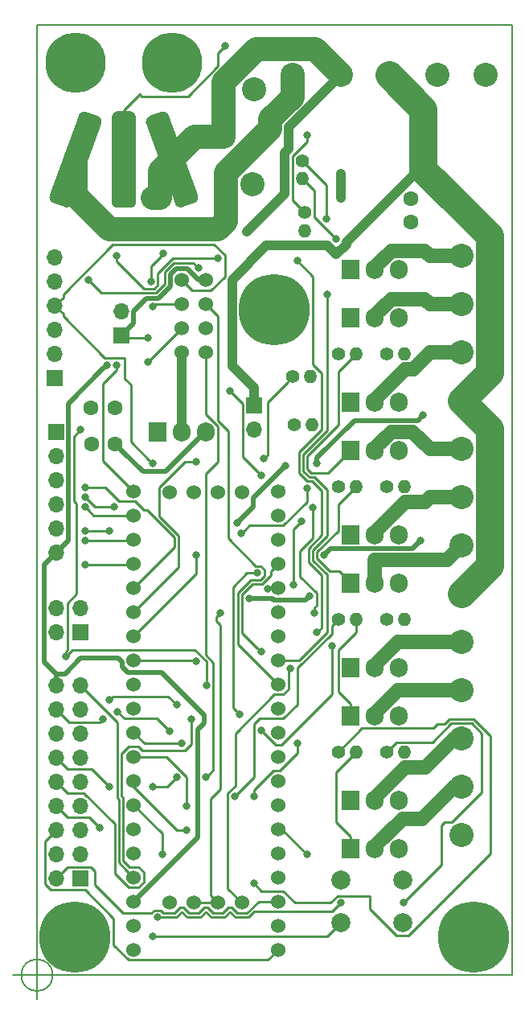
<source format=gbr>
%TF.GenerationSoftware,KiCad,Pcbnew,(5.0.2)-1*%
%TF.CreationDate,2020-01-28T14:28:05-08:00*%
%TF.ProjectId,DMX_CTRL,444d585f-4354-4524-9c2e-6b696361645f,rev?*%
%TF.SameCoordinates,PX4c4b400PY8f0d180*%
%TF.FileFunction,Copper,L2,Bot*%
%TF.FilePolarity,Positive*%
%FSLAX46Y46*%
G04 Gerber Fmt 4.6, Leading zero omitted, Abs format (unit mm)*
G04 Created by KiCad (PCBNEW (5.0.2)-1) date 1/28/2020 2:28:05 PM*
%MOMM*%
%LPD*%
G01*
G04 APERTURE LIST*
%ADD10C,0.150000*%
%ADD11C,6.350000*%
%ADD12C,0.100000*%
%ADD13C,2.540000*%
%ADD14C,1.524000*%
%ADD15C,1.400000*%
%ADD16O,1.400000X1.400000*%
%ADD17C,1.600000*%
%ADD18C,7.500000*%
%ADD19R,1.700000X1.700000*%
%ADD20O,1.700000X1.700000*%
%ADD21O,1.905000X2.000000*%
%ADD22R,1.905000X2.000000*%
%ADD23C,2.000000*%
%ADD24C,0.800000*%
%ADD25C,0.250000*%
%ADD26C,1.000000*%
%ADD27C,2.500000*%
%ADD28C,1.500000*%
%ADD29C,0.500000*%
%ADD30C,3.000000*%
G04 APERTURE END LIST*
D10*
X1666666Y0D02*
G75*
G03X1666666Y0I-1666666J0D01*
G01*
X-2500000Y0D02*
X2500000Y0D01*
X0Y2500000D02*
X0Y-2500000D01*
X0Y100000000D02*
X0Y0D01*
X50000000Y100000000D02*
X0Y100000000D01*
X50000000Y0D02*
X50000000Y100000000D01*
X0Y0D02*
X50000000Y0D01*
D11*
X14224000Y96012000D03*
X4064000Y96012000D03*
D12*
G36*
X5022192Y90880172D02*
X5084173Y90873726D01*
X5145225Y90861235D01*
X5204758Y90842821D01*
X6398167Y90408456D01*
X6455608Y90384295D01*
X6510405Y90354620D01*
X6562029Y90319717D01*
X6609984Y90279922D01*
X6653807Y90235619D01*
X6693076Y90187233D01*
X6727414Y90135231D01*
X6756489Y90080114D01*
X6780022Y90022412D01*
X6797786Y89962682D01*
X6809610Y89901498D01*
X6815380Y89839449D01*
X6815040Y89777134D01*
X6808594Y89715153D01*
X6796103Y89654101D01*
X6777689Y89594568D01*
X3737130Y81240701D01*
X3712969Y81183260D01*
X3683294Y81128463D01*
X3648391Y81076839D01*
X3608596Y81028884D01*
X3564292Y80985061D01*
X3515907Y80945792D01*
X3463905Y80911454D01*
X3408788Y80882379D01*
X3351086Y80858846D01*
X3291356Y80841082D01*
X3230172Y80829258D01*
X3168123Y80823488D01*
X3105808Y80823828D01*
X3043827Y80830274D01*
X2982775Y80842765D01*
X2923242Y80861179D01*
X1729833Y81295544D01*
X1672392Y81319705D01*
X1617595Y81349380D01*
X1565971Y81384283D01*
X1518016Y81424078D01*
X1474193Y81468381D01*
X1434924Y81516767D01*
X1400586Y81568769D01*
X1371511Y81623886D01*
X1347978Y81681588D01*
X1330214Y81741318D01*
X1318390Y81802502D01*
X1312620Y81864551D01*
X1312960Y81926866D01*
X1319406Y81988847D01*
X1331897Y82049899D01*
X1350311Y82109432D01*
X4390870Y90463299D01*
X4415031Y90520740D01*
X4444706Y90575537D01*
X4479609Y90627161D01*
X4519404Y90675116D01*
X4563708Y90718939D01*
X4612093Y90758208D01*
X4664095Y90792546D01*
X4719212Y90821621D01*
X4776914Y90845154D01*
X4836644Y90862918D01*
X4897828Y90874742D01*
X4959877Y90880512D01*
X5022192Y90880172D01*
X5022192Y90880172D01*
G37*
D13*
X4064000Y85852000D03*
D12*
G36*
X9841241Y90928942D02*
X9902882Y90919799D01*
X9963331Y90904657D01*
X10022004Y90883664D01*
X10078337Y90857020D01*
X10131787Y90824983D01*
X10181840Y90787862D01*
X10228013Y90746013D01*
X10269862Y90699840D01*
X10306983Y90649787D01*
X10339020Y90596337D01*
X10365664Y90540004D01*
X10386657Y90481331D01*
X10401799Y90420882D01*
X10410942Y90359241D01*
X10414000Y90297000D01*
X10414000Y81407000D01*
X10410942Y81344759D01*
X10401799Y81283118D01*
X10386657Y81222669D01*
X10365664Y81163996D01*
X10339020Y81107663D01*
X10306983Y81054213D01*
X10269862Y81004160D01*
X10228013Y80957987D01*
X10181840Y80916138D01*
X10131787Y80879017D01*
X10078337Y80846980D01*
X10022004Y80820336D01*
X9963331Y80799343D01*
X9902882Y80784201D01*
X9841241Y80775058D01*
X9779000Y80772000D01*
X8509000Y80772000D01*
X8446759Y80775058D01*
X8385118Y80784201D01*
X8324669Y80799343D01*
X8265996Y80820336D01*
X8209663Y80846980D01*
X8156213Y80879017D01*
X8106160Y80916138D01*
X8059987Y80957987D01*
X8018138Y81004160D01*
X7981017Y81054213D01*
X7948980Y81107663D01*
X7922336Y81163996D01*
X7901343Y81222669D01*
X7886201Y81283118D01*
X7877058Y81344759D01*
X7874000Y81407000D01*
X7874000Y90297000D01*
X7877058Y90359241D01*
X7886201Y90420882D01*
X7901343Y90481331D01*
X7922336Y90540004D01*
X7948980Y90596337D01*
X7981017Y90649787D01*
X8018138Y90699840D01*
X8059987Y90746013D01*
X8106160Y90787862D01*
X8156213Y90824983D01*
X8209663Y90857020D01*
X8265996Y90883664D01*
X8324669Y90904657D01*
X8385118Y90919799D01*
X8446759Y90928942D01*
X8509000Y90932000D01*
X9779000Y90932000D01*
X9841241Y90928942D01*
X9841241Y90928942D01*
G37*
D13*
X9144000Y85852000D03*
D12*
G36*
X13390172Y90874742D02*
X13451356Y90862918D01*
X13511086Y90845154D01*
X13568788Y90821621D01*
X13623905Y90792546D01*
X13675907Y90758208D01*
X13724293Y90718939D01*
X13768596Y90675116D01*
X13808391Y90627161D01*
X13843294Y90575537D01*
X13872969Y90520740D01*
X13897130Y90463299D01*
X16937689Y82109432D01*
X16956103Y82049899D01*
X16968594Y81988847D01*
X16975040Y81926866D01*
X16975380Y81864551D01*
X16969610Y81802502D01*
X16957786Y81741318D01*
X16940022Y81681588D01*
X16916489Y81623886D01*
X16887414Y81568769D01*
X16853076Y81516767D01*
X16813807Y81468382D01*
X16769984Y81424078D01*
X16722029Y81384283D01*
X16670405Y81349380D01*
X16615608Y81319705D01*
X16558167Y81295544D01*
X15364758Y80861179D01*
X15305225Y80842765D01*
X15244173Y80830274D01*
X15182192Y80823828D01*
X15119877Y80823488D01*
X15057828Y80829258D01*
X14996644Y80841082D01*
X14936914Y80858846D01*
X14879212Y80882379D01*
X14824095Y80911454D01*
X14772093Y80945792D01*
X14723707Y80985061D01*
X14679404Y81028884D01*
X14639609Y81076839D01*
X14604706Y81128463D01*
X14575031Y81183260D01*
X14550870Y81240701D01*
X11510311Y89594568D01*
X11491897Y89654101D01*
X11479406Y89715153D01*
X11472960Y89777134D01*
X11472620Y89839449D01*
X11478390Y89901498D01*
X11490214Y89962682D01*
X11507978Y90022412D01*
X11531511Y90080114D01*
X11560586Y90135231D01*
X11594924Y90187233D01*
X11634193Y90235618D01*
X11678016Y90279922D01*
X11725971Y90319717D01*
X11777595Y90354620D01*
X11832392Y90384295D01*
X11889833Y90408456D01*
X13083242Y90842821D01*
X13142775Y90861235D01*
X13203827Y90873726D01*
X13265808Y90880172D01*
X13328123Y90880512D01*
X13390172Y90874742D01*
X13390172Y90874742D01*
G37*
D13*
X14224000Y85852000D03*
D14*
X17790000Y73165000D03*
X17790000Y70625000D03*
X17790000Y68085000D03*
X17790000Y65545000D03*
X15250000Y65545000D03*
X15250000Y68085000D03*
X15250000Y70625000D03*
X15250000Y73165000D03*
D15*
X28194000Y80264000D03*
D16*
X28194000Y78364000D03*
D14*
X10170000Y2680000D03*
X10170000Y15380000D03*
X10170000Y33160000D03*
X10170000Y43320000D03*
X10170000Y5220000D03*
X10170000Y28080000D03*
X10170000Y10300000D03*
X10170000Y12840000D03*
X10170000Y7760000D03*
X10170000Y30620000D03*
X10170000Y25540000D03*
X10170000Y38240000D03*
X10170000Y17920000D03*
X10170000Y45860000D03*
X10170000Y40780000D03*
X10170000Y35700000D03*
X10170000Y48400000D03*
X10170000Y23000000D03*
X10170000Y50940000D03*
X10170000Y20460000D03*
X25410000Y2680000D03*
X25410000Y5220000D03*
X25410000Y7760000D03*
X25410000Y10300000D03*
X25410000Y12840000D03*
X25410000Y20460000D03*
X25410000Y15380000D03*
X25410000Y17920000D03*
X25410000Y23000000D03*
X25410000Y25540000D03*
X25410000Y28080000D03*
X25410000Y33160000D03*
X25410000Y30620000D03*
X25410000Y35700000D03*
X25410000Y38240000D03*
X25410000Y45860000D03*
X25410000Y40780000D03*
X25410000Y43320000D03*
X25410000Y48400000D03*
X25410000Y50940000D03*
D13*
X22860000Y93218000D03*
X22660000Y83218000D03*
X19660000Y88218000D03*
D17*
X39370000Y79248000D03*
X39370000Y81748000D03*
X5715000Y59690000D03*
X8215000Y59690000D03*
X8255000Y55880000D03*
X5755000Y55880000D03*
D18*
X4000000Y4000000D03*
X25000000Y70000000D03*
X46000000Y4000000D03*
D19*
X4572000Y36068000D03*
D20*
X2032000Y36068000D03*
X4572000Y38608000D03*
X2032000Y38608000D03*
D19*
X4572000Y10160000D03*
D20*
X2032000Y10160000D03*
X4572000Y12700000D03*
X2032000Y12700000D03*
X4572000Y15240000D03*
X2032000Y15240000D03*
X4572000Y17780000D03*
X2032000Y17780000D03*
X4572000Y20320000D03*
X2032000Y20320000D03*
X4572000Y22860000D03*
X2032000Y22860000D03*
X4572000Y25400000D03*
X2032000Y25400000D03*
X4572000Y27940000D03*
X2032000Y27940000D03*
X4572000Y30480000D03*
X2032000Y30480000D03*
X22860000Y57404000D03*
D19*
X22860000Y59944000D03*
X2000000Y57150000D03*
D20*
X2000000Y54610000D03*
X2000000Y52070000D03*
X2000000Y49530000D03*
X2000000Y46990000D03*
X2000000Y44450000D03*
D19*
X8890000Y67310000D03*
D20*
X8890000Y69850000D03*
X1905000Y75565000D03*
X1905000Y73025000D03*
X1905000Y70485000D03*
X1905000Y67945000D03*
X1905000Y65405000D03*
D19*
X1905000Y62865000D03*
D21*
X38100000Y55245000D03*
X35560000Y55245000D03*
D22*
X33020000Y55245000D03*
X33020000Y46355000D03*
D21*
X35560000Y46355000D03*
X38100000Y46355000D03*
D22*
X33020000Y41275000D03*
D21*
X35560000Y41275000D03*
X38100000Y41275000D03*
X38100000Y32385000D03*
X35560000Y32385000D03*
D22*
X33020000Y32385000D03*
D21*
X38100000Y27305000D03*
X35560000Y27305000D03*
D22*
X33020000Y27305000D03*
X33020000Y18415000D03*
D21*
X35560000Y18415000D03*
X38100000Y18415000D03*
X38100000Y13335000D03*
X35560000Y13335000D03*
D22*
X33020000Y13335000D03*
D21*
X38100000Y74295000D03*
X35560000Y74295000D03*
D22*
X33020000Y74295000D03*
X33020000Y69215000D03*
D21*
X35560000Y69215000D03*
X38100000Y69215000D03*
D22*
X33020000Y60325000D03*
D21*
X35560000Y60325000D03*
X38100000Y60325000D03*
D15*
X31750000Y65405000D03*
D16*
X33650000Y65405000D03*
X38730000Y51435000D03*
D15*
X36830000Y51435000D03*
X31750000Y51435000D03*
D16*
X33650000Y51435000D03*
X38730000Y37465000D03*
D15*
X36830000Y37465000D03*
X31750000Y37465000D03*
D16*
X33650000Y37465000D03*
X38730000Y23495000D03*
D15*
X36830000Y23495000D03*
D16*
X33650000Y23495000D03*
D15*
X31750000Y23495000D03*
X26924000Y62992000D03*
D16*
X28824000Y62992000D03*
D15*
X27056000Y57912000D03*
D16*
X28956000Y57912000D03*
X38730000Y65405000D03*
D15*
X36830000Y65405000D03*
D16*
X27940000Y83820000D03*
D15*
X27940000Y85720000D03*
D23*
X32000000Y5500000D03*
X32000000Y10000000D03*
X38500000Y5500000D03*
X38500000Y10000000D03*
D22*
X12700000Y57150000D03*
D21*
X15240000Y57150000D03*
X17780000Y57150000D03*
D14*
X21590000Y7620000D03*
X19050000Y7620000D03*
X16510000Y7620000D03*
X13970000Y7620000D03*
X13970000Y50800000D03*
X16510000Y50800000D03*
X19050000Y50800000D03*
X21590000Y50800000D03*
D13*
X44704000Y14732000D03*
X44704000Y19812000D03*
X44704000Y24892000D03*
X44704000Y29972000D03*
X44704000Y35052000D03*
X44704000Y40132000D03*
X44704000Y45212000D03*
X44704000Y50292000D03*
X44704000Y55372000D03*
X44704000Y60452000D03*
X44704000Y65532000D03*
X44704000Y70612000D03*
X44704000Y75692000D03*
X44704000Y80772000D03*
X26924000Y94742000D03*
X32004000Y94742000D03*
X37084000Y94742000D03*
X42164000Y94742000D03*
X47244000Y94742000D03*
D24*
X8352456Y64226766D03*
X22098000Y78232000D03*
X32004000Y94742000D03*
X12192000Y81788000D03*
X32004000Y81788000D03*
X32004000Y84328000D03*
X19939999Y84472397D03*
X5080000Y43180000D03*
X5080000Y45720000D03*
X7620000Y28956000D03*
X14732000Y28448000D03*
X6604000Y15530990D03*
X23585010Y34036000D03*
X16256000Y26924000D03*
X21336000Y27432000D03*
X23202010Y42327043D03*
X24304148Y40694446D03*
X7620000Y19812000D03*
X12192000Y19812000D03*
X14732000Y20828000D03*
X22860000Y18796000D03*
X27432000Y24384000D03*
X11684000Y64516000D03*
X4572000Y57404000D03*
X3048000Y33528000D03*
X17853172Y30543852D03*
X8472313Y27750688D03*
X6986362Y26976720D03*
X13965340Y25658660D03*
X11985813Y72990732D03*
X12192000Y70390699D03*
X13336394Y75972157D03*
X7352446Y64225010D03*
X20320000Y61468000D03*
X11684000Y67056000D03*
X23622000Y52578000D03*
X5084660Y51312660D03*
X5080000Y50292000D03*
X8128000Y49276000D03*
X5075340Y49271340D03*
X7620000Y46736000D03*
X5080000Y46736000D03*
X12192000Y4064000D03*
X12192000Y53848000D03*
X29027659Y49204341D03*
X29244943Y38144263D03*
X28448000Y12700000D03*
X15244660Y24379340D03*
X23585010Y25781605D03*
X31089032Y34634153D03*
X20828000Y18796000D03*
X15748000Y17780000D03*
X38608000Y7620000D03*
X32004000Y7620000D03*
X12700000Y6096000D03*
X15748000Y15240000D03*
X13208000Y12700000D03*
X22860000Y9652000D03*
X23876000Y54356000D03*
X16748175Y54017990D03*
X16764000Y44196000D03*
X28443672Y51245396D03*
X21501990Y46484536D03*
X16764000Y33020000D03*
X27852639Y47752000D03*
X27031474Y41090202D03*
X27432000Y75184000D03*
X29464000Y36068000D03*
X31496000Y77470000D03*
X30550011Y71628000D03*
X17780000Y20828000D03*
X5385834Y73205441D03*
X17022660Y74417340D03*
X26665340Y32262659D03*
X19304000Y38100000D03*
X40640000Y58928000D03*
X29464000Y53848000D03*
X26162000Y53594000D03*
X21071947Y47575957D03*
X40386000Y45720000D03*
X30226000Y44196000D03*
X28702000Y39878000D03*
X22352000Y39624000D03*
X19050000Y75438000D03*
X30524890Y79576816D03*
X8382000Y75677981D03*
X28448000Y88392000D03*
X19812000Y97790000D03*
D25*
X6952001Y54157999D02*
X6952001Y62260626D01*
X8352456Y63661081D02*
X8352456Y64226766D01*
X6952001Y62260626D02*
X8352456Y63661081D01*
X10170000Y50940000D02*
X6952001Y54157999D01*
D26*
X15240000Y65535000D02*
X15250000Y65545000D01*
X15240000Y57150000D02*
X15240000Y65535000D01*
X26539999Y89277999D02*
X30734001Y93472001D01*
X30734001Y93472001D02*
X32004000Y94742000D01*
X26539999Y87003742D02*
X26539999Y89277999D01*
X26089988Y86553731D02*
X26539999Y87003742D01*
X26089988Y82223988D02*
X26089988Y86553731D01*
X22098000Y78232000D02*
X26089988Y82223988D01*
D27*
X19660000Y94040598D02*
X19660000Y90014051D01*
X19660000Y90014051D02*
X19660000Y88218000D01*
X23081403Y97462001D02*
X19660000Y94040598D01*
X32004000Y94742000D02*
X29283999Y97462001D01*
X29283999Y97462001D02*
X23081403Y97462001D01*
X12192000Y81788000D02*
X12954000Y81788000D01*
X12954000Y84582000D02*
X14224000Y85852000D01*
X12954000Y81788000D02*
X12954000Y84582000D01*
X16590000Y88218000D02*
X14224000Y85852000D01*
X19660000Y88218000D02*
X16590000Y88218000D01*
D28*
X12700000Y56951945D02*
X12700000Y57150000D01*
D25*
X25410000Y45502001D02*
X25410000Y45860000D01*
D29*
X17780000Y57197500D02*
X17780000Y57150000D01*
D26*
X32004000Y81788000D02*
X32004000Y84328000D01*
D27*
X26924000Y92419732D02*
X26924000Y92945949D01*
X26924000Y92945949D02*
X26924000Y94742000D01*
X24589989Y90085721D02*
X26924000Y92419732D01*
X24589988Y89122386D02*
X24589989Y90085721D01*
D29*
X13540161Y52997998D02*
X11137002Y52997998D01*
X9054999Y55080001D02*
X8255000Y55880000D01*
X17780000Y57150000D02*
X17692163Y57150000D01*
X11137002Y52997998D02*
X9054999Y55080001D01*
X17692163Y57150000D02*
X13540161Y52997998D01*
D27*
X24589989Y89122387D02*
X24589989Y90085721D01*
X19939999Y84472397D02*
X24589989Y89122387D01*
X19939999Y83906712D02*
X19939999Y84472397D01*
X19939999Y79375999D02*
X19939999Y83906712D01*
X4064000Y82038769D02*
X7014779Y79087990D01*
X7014779Y79087990D02*
X7018010Y79087990D01*
X4064000Y85852000D02*
X4064000Y82038769D01*
X7018010Y79087990D02*
X7620000Y78486000D01*
X7620000Y78486000D02*
X19050000Y78486000D01*
X19050000Y78486000D02*
X19939999Y79375999D01*
D28*
X43944000Y19812000D02*
X44704000Y19812000D01*
X40596990Y16464990D02*
X43944000Y19812000D01*
X35560000Y13533055D02*
X38491935Y16464990D01*
X38491935Y16464990D02*
X40596990Y16464990D01*
X35560000Y13335000D02*
X35560000Y13533055D01*
X43944000Y24892000D02*
X44704000Y24892000D01*
X40896999Y21844999D02*
X43944000Y24892000D01*
X38791944Y21844999D02*
X40896999Y21844999D01*
X35560000Y18613055D02*
X38791944Y21844999D01*
X35560000Y18415000D02*
X35560000Y18613055D01*
X41404000Y29972000D02*
X44704000Y29972000D01*
X38028945Y29972000D02*
X41404000Y29972000D01*
X35560000Y27503055D02*
X38028945Y29972000D01*
X35560000Y27305000D02*
X35560000Y27503055D01*
X41404000Y35052000D02*
X44704000Y35052000D01*
X38028945Y35052000D02*
X41404000Y35052000D01*
X35560000Y32583055D02*
X38028945Y35052000D01*
X35560000Y32385000D02*
X35560000Y32583055D01*
D30*
X40664000Y84812000D02*
X44704000Y80772000D01*
X40664000Y91162000D02*
X37084000Y94742000D01*
X40664000Y84812000D02*
X40664000Y91162000D01*
D26*
X32596002Y77194004D02*
X40213998Y84812000D01*
X30586001Y76792001D02*
X31516003Y75861999D01*
X31516003Y75861999D02*
X32596002Y76941998D01*
X24161496Y76792001D02*
X30586001Y76792001D01*
X40213998Y84812000D02*
X40664000Y84812000D01*
X32596002Y76941998D02*
X32596002Y77194004D01*
X20549999Y73180504D02*
X24161496Y76792001D01*
X22860000Y61794000D02*
X20549999Y64104001D01*
X20549999Y64104001D02*
X20549999Y73180504D01*
X22860000Y59944000D02*
X22860000Y61794000D01*
D30*
X45973999Y61721999D02*
X44704000Y60452000D01*
X47674001Y63422001D02*
X45973999Y61721999D01*
X47674001Y77801999D02*
X47674001Y63422001D01*
X44704000Y80772000D02*
X47674001Y77801999D01*
X45973999Y41401999D02*
X44704000Y40132000D01*
X47674001Y43102001D02*
X45973999Y41401999D01*
X47674001Y57481999D02*
X47674001Y43102001D01*
X44704000Y60452000D02*
X47674001Y57481999D01*
D28*
X43196979Y43704979D02*
X44704000Y45212000D01*
X35560000Y43704979D02*
X43196979Y43704979D01*
X35560000Y41275000D02*
X35560000Y43704979D01*
X41404000Y50292000D02*
X44704000Y50292000D01*
X40896999Y49784999D02*
X41404000Y50292000D01*
X38791944Y49784999D02*
X40896999Y49784999D01*
X35560000Y46553055D02*
X38791944Y49784999D01*
X35560000Y46355000D02*
X35560000Y46553055D01*
X39580990Y57195010D02*
X41404000Y55372000D01*
X37311955Y57195010D02*
X39580990Y57195010D01*
X35560000Y55443055D02*
X37311955Y57195010D01*
X41404000Y55372000D02*
X44704000Y55372000D01*
X35560000Y55245000D02*
X35560000Y55443055D01*
X41404000Y65532000D02*
X44704000Y65532000D01*
X39626999Y63754999D02*
X41404000Y65532000D01*
X38791944Y63754999D02*
X39626999Y63754999D01*
X35560000Y60523055D02*
X38791944Y63754999D01*
X35560000Y60325000D02*
X35560000Y60523055D01*
X41404000Y70612000D02*
X44704000Y70612000D01*
X40850990Y71165010D02*
X41404000Y70612000D01*
X37311955Y71165010D02*
X40850990Y71165010D01*
X35560000Y69413055D02*
X37311955Y71165010D01*
X35560000Y69215000D02*
X35560000Y69413055D01*
X41404000Y75692000D02*
X44704000Y75692000D01*
X40850990Y76245010D02*
X41404000Y75692000D01*
X37311955Y76245010D02*
X40850990Y76245010D01*
X35560000Y74493055D02*
X37311955Y76245010D01*
X35560000Y74295000D02*
X35560000Y74493055D01*
D25*
X10030000Y43180000D02*
X10170000Y43320000D01*
X5080000Y43180000D02*
X10030000Y43180000D01*
X10030000Y45720000D02*
X10170000Y45860000D01*
X5080000Y45720000D02*
X10030000Y45720000D01*
X15422999Y7098239D02*
X15057001Y7098239D01*
X6096000Y9523589D02*
X6096000Y10921002D01*
X18528239Y6532999D02*
X17962999Y7098239D01*
X21068239Y6532999D02*
X20502999Y7098239D01*
X12351998Y6821002D02*
X12063996Y6533000D01*
X25410000Y7760000D02*
X23338762Y7760000D01*
X3207001Y11335001D02*
X2881999Y11009999D01*
X17597001Y7098239D02*
X17031761Y6532999D01*
X20137001Y7098239D02*
X19571761Y6532999D01*
X13048002Y6821002D02*
X12351998Y6821002D01*
X15057001Y7098239D02*
X14491762Y6533000D01*
X15988239Y6532999D02*
X15422999Y7098239D01*
X12063996Y6533000D02*
X9086589Y6533000D01*
X14491762Y6533000D02*
X13336004Y6533000D01*
X5682001Y11335001D02*
X3207001Y11335001D01*
X6096000Y10921002D02*
X5682001Y11335001D01*
X22111761Y6532999D02*
X21068239Y6532999D01*
X17031761Y6532999D02*
X15988239Y6532999D01*
X13336004Y6533000D02*
X13048002Y6821002D01*
X20502999Y7098239D02*
X20137001Y7098239D01*
X19571761Y6532999D02*
X18528239Y6532999D01*
X2881999Y11009999D02*
X2032000Y10160000D01*
X17962999Y7098239D02*
X17597001Y7098239D01*
X23338762Y7760000D02*
X22111761Y6532999D01*
X9086589Y6533000D02*
X6096000Y9523589D01*
X1182001Y14390001D02*
X2032000Y15240000D01*
X856999Y14064999D02*
X1182001Y14390001D01*
X856999Y9595999D02*
X856999Y14064999D01*
X1467999Y8984999D02*
X856999Y9595999D01*
X5046003Y8984999D02*
X1467999Y8984999D01*
X8075001Y5956001D02*
X5046003Y8984999D01*
X8075001Y3166237D02*
X8075001Y5956001D01*
X9648239Y1592999D02*
X8075001Y3166237D01*
X24322999Y1592999D02*
X9648239Y1592999D01*
X25410000Y2680000D02*
X24322999Y1592999D01*
X13824001Y29355999D02*
X14732000Y28448000D01*
X8019999Y29355999D02*
X13824001Y29355999D01*
X7620000Y28956000D02*
X8019999Y29355999D01*
X5529991Y16604999D02*
X6204001Y15930989D01*
X6204001Y15930989D02*
X6604000Y15530990D01*
X2032000Y17780000D02*
X3207001Y16604999D01*
X3207001Y16604999D02*
X5529991Y16604999D01*
X25410000Y43320000D02*
X24648001Y42558001D01*
X21626998Y35994012D02*
X23185011Y34435999D01*
X23185011Y34435999D02*
X23585010Y34036000D01*
X21626998Y40058616D02*
X21626998Y35994012D01*
X23736412Y41152030D02*
X22720412Y41152030D01*
X24648001Y42063619D02*
X23736412Y41152030D01*
X24648001Y42558001D02*
X24648001Y42063619D01*
X22720412Y41152030D02*
X21626998Y40058616D01*
X9082999Y18674126D02*
X8888049Y18869076D01*
X8888049Y18869076D02*
X8888049Y23326811D01*
X9648239Y24087001D02*
X10691761Y24087001D01*
X8888049Y23326811D02*
X9648239Y24087001D01*
X4946003Y19144999D02*
X8182977Y15908025D01*
X8182977Y15908025D02*
X8182977Y10678261D01*
X2032000Y20320000D02*
X3207001Y19144999D01*
X9719409Y11387001D02*
X9082999Y12023411D01*
X8182977Y10678261D02*
X9648239Y9212999D01*
X3207001Y19144999D02*
X4946003Y19144999D01*
X9082999Y12023411D02*
X9082999Y18674126D01*
X11257001Y9778239D02*
X11257001Y10821761D01*
X10691761Y9212999D02*
X11257001Y9778239D01*
X10691761Y11387001D02*
X9719409Y11387001D01*
X11257001Y10821761D02*
X10691761Y11387001D01*
X9648239Y9212999D02*
X10691761Y9212999D01*
X10691761Y24087001D02*
X11124423Y23654339D01*
X11124423Y23654339D02*
X15592661Y23654339D01*
X15592661Y23654339D02*
X16256000Y24317678D01*
X16256000Y24317678D02*
X16256000Y26358315D01*
X16256000Y26358315D02*
X16256000Y26924000D01*
X21336000Y27432000D02*
X20662010Y28105990D01*
X22128325Y42327043D02*
X22636325Y42327043D01*
X20662010Y40860728D02*
X22128325Y42327043D01*
X22636325Y42327043D02*
X23202010Y42327043D01*
X20662010Y28105990D02*
X20662010Y40860728D01*
X24332370Y40780000D02*
X24304148Y40751778D01*
X24304148Y40751778D02*
X24304148Y40694446D01*
X25410000Y40780000D02*
X24332370Y40780000D01*
X5747001Y21684999D02*
X7620000Y19812000D01*
X2032000Y22860000D02*
X3207001Y21684999D01*
X3207001Y21684999D02*
X5747001Y21684999D01*
X12192000Y19812000D02*
X13716000Y19812000D01*
X13716000Y19812000D02*
X14732000Y20828000D01*
X27432000Y23368000D02*
X27432000Y24384000D01*
X25611001Y21547001D02*
X27432000Y23368000D01*
X22860000Y18796000D02*
X22860000Y19518762D01*
X24888239Y21547001D02*
X25611001Y21547001D01*
X22860000Y19518762D02*
X24888239Y21547001D01*
X21176987Y34853013D02*
X24648001Y31381999D01*
X17790000Y70625000D02*
X19057510Y69357490D01*
X23042012Y43052045D02*
X23550012Y43052045D01*
X21176987Y40245016D02*
X21176987Y34853013D01*
X20137001Y57283580D02*
X20137001Y45957056D01*
X19057510Y58363071D02*
X20137001Y57283580D01*
X24648001Y31381999D02*
X25410000Y30620000D01*
X20137001Y45957056D02*
X23042012Y43052045D01*
X22534012Y41602041D02*
X21176987Y40245016D01*
X23550012Y43052045D02*
X23927012Y42675045D01*
X19057510Y69357490D02*
X19057510Y58363071D01*
X23927012Y42675045D02*
X23927012Y41979041D01*
X23550012Y41602041D02*
X22534012Y41602041D01*
X23927012Y41979041D02*
X23550012Y41602041D01*
X15250000Y68570000D02*
X15250000Y68085000D01*
X15250000Y68085000D02*
X11684000Y64519000D01*
X11684000Y64519000D02*
X11684000Y64516000D01*
X3875012Y56707012D02*
X3875012Y49915986D01*
X4572000Y57404000D02*
X3875012Y56707012D01*
X3207001Y39172001D02*
X3207001Y34252686D01*
X3207001Y34252686D02*
X3048000Y34093685D01*
X4172001Y49618997D02*
X4172001Y40137001D01*
X3875012Y49915986D02*
X4172001Y49618997D01*
X3048000Y34093685D02*
X3048000Y33528000D01*
X4172001Y40137001D02*
X3207001Y39172001D01*
X3048000Y33528000D02*
X3767001Y34247001D01*
X17853172Y31109537D02*
X17853172Y30543852D01*
X3767001Y34247001D02*
X16610003Y34247001D01*
X16610003Y34247001D02*
X17853172Y33003832D01*
X17853172Y33003832D02*
X17853172Y31109537D01*
X2032000Y27940000D02*
X3395279Y26576721D01*
X6586363Y26576721D02*
X6986362Y26976720D01*
X3395279Y26576721D02*
X6586363Y26576721D01*
X9230002Y26992999D02*
X12631001Y26992999D01*
X13565341Y26058659D02*
X13965340Y25658660D01*
X12631001Y26992999D02*
X13565341Y26058659D01*
X8472313Y27750688D02*
X9230002Y26992999D01*
X12426301Y70625000D02*
X12192000Y70390699D01*
X15250000Y70625000D02*
X12426301Y70625000D01*
X11985813Y74621576D02*
X12936395Y75572158D01*
X12936395Y75572158D02*
X13336394Y75972157D01*
X11985813Y72990732D02*
X11985813Y74621576D01*
X9408001Y11061999D02*
X10170000Y10300000D01*
X8632988Y11837012D02*
X9408001Y11061999D01*
X8632988Y18487726D02*
X8632988Y11837012D01*
X4572000Y30480000D02*
X8438038Y26613962D01*
X8438038Y18682676D02*
X8632988Y18487726D01*
X8438038Y26613962D02*
X8438038Y18682676D01*
X25908000Y51438000D02*
X25410000Y50940000D01*
D29*
X1150001Y43600001D02*
X2000000Y44450000D01*
X731999Y43181999D02*
X1150001Y43600001D01*
X731999Y32982082D02*
X731999Y43181999D01*
X2032000Y31682081D02*
X731999Y32982082D01*
D25*
X21684999Y60103001D02*
X20320000Y61468000D01*
X21684999Y54665001D02*
X21684999Y60103001D01*
X9144000Y67056000D02*
X8890000Y67310000D01*
X11684000Y67056000D02*
X9144000Y67056000D01*
D29*
X3300001Y60172565D02*
X6952447Y63825011D01*
X6952447Y63825011D02*
X7352446Y64225010D01*
X3300001Y45750001D02*
X3300001Y60172565D01*
X2000000Y44450000D02*
X3300001Y45750001D01*
X2032000Y31682081D02*
X2032000Y30480000D01*
X8978002Y32920002D02*
X8536002Y33362002D01*
X9558003Y31832001D02*
X8978002Y32412002D01*
X8536002Y33362002D02*
X4608814Y33362002D01*
X16929998Y14519998D02*
X16929998Y25831994D01*
X10170000Y7760000D02*
X16929998Y14519998D01*
X16929998Y25831994D02*
X17614002Y26515998D01*
X13114003Y31832001D02*
X9558003Y31832001D01*
X17614002Y27332002D02*
X13114003Y31832001D01*
X17614002Y26515998D02*
X17614002Y27332002D01*
X4608814Y33362002D02*
X2928893Y31682081D01*
X2928893Y31682081D02*
X2032000Y31682081D01*
X8978002Y32412002D02*
X8978002Y32920002D01*
X10190001Y69898763D02*
X11531946Y71240709D01*
X11531946Y71240709D02*
X12758392Y71240710D01*
X12758392Y71240710D02*
X14037999Y72520317D01*
X14037999Y72520317D02*
X14037999Y73746761D01*
X14037999Y73746761D02*
X14668239Y74377001D01*
X14668239Y74377001D02*
X15804997Y74377001D01*
X15804997Y74377001D02*
X17016998Y73165000D01*
X17016998Y73165000D02*
X17790000Y73165000D01*
X10190001Y68610001D02*
X10190001Y69898763D01*
X8890000Y67310000D02*
X10190001Y68610001D01*
D25*
X21684999Y54665001D02*
X21684999Y54515001D01*
X21684999Y54515001D02*
X23622000Y52578000D01*
X7164344Y51312660D02*
X5650345Y51312660D01*
X10325763Y49852999D02*
X8624005Y49852999D01*
X5650345Y51312660D02*
X5084660Y51312660D01*
X11257001Y48921761D02*
X10325763Y49852999D01*
X11587243Y48921761D02*
X11257001Y48921761D01*
X14441002Y46068002D02*
X11587243Y48921761D01*
X14441002Y45051002D02*
X14441002Y46068002D01*
X10170000Y40780000D02*
X14441002Y45051002D01*
X8624005Y49852999D02*
X7164344Y51312660D01*
X5080000Y50292000D02*
X6096000Y49276000D01*
X6096000Y49276000D02*
X8128000Y49276000D01*
X9815089Y48754911D02*
X10170000Y48400000D01*
X5475339Y48871341D02*
X5075340Y49271340D01*
X10170000Y48400000D02*
X5946680Y48400000D01*
X5946680Y48400000D02*
X5475339Y48871341D01*
X2254000Y47244000D02*
X2000000Y46990000D01*
X7620000Y46736000D02*
X5080000Y46736000D01*
X32000000Y5500000D02*
X30564000Y4064000D01*
X22645238Y4064000D02*
X12192000Y4064000D01*
X30564000Y4064000D02*
X22645238Y4064000D01*
X2754999Y69323997D02*
X7127229Y64951767D01*
X2754999Y69635001D02*
X2754999Y69323997D01*
X1905000Y70485000D02*
X2754999Y69635001D01*
X7127229Y64951767D02*
X9273235Y64951767D01*
X9869001Y56170999D02*
X11792001Y54247999D01*
X11792001Y54247999D02*
X12192000Y53848000D01*
X9869001Y62135999D02*
X9869001Y56170999D01*
X9273235Y62731765D02*
X9869001Y62135999D01*
X9273235Y64951767D02*
X9273235Y62731765D01*
X19775002Y75786002D02*
X19775002Y73541240D01*
X1905000Y70485000D02*
X2754999Y71334999D01*
X2754999Y71334999D02*
X2754999Y71682378D01*
X2754999Y71682378D02*
X7983610Y76910989D01*
X7983610Y76910989D02*
X18650015Y76910989D01*
X18650015Y76910989D02*
X19775002Y75786002D01*
X16337001Y72077999D02*
X16011999Y72403001D01*
X19775002Y73541240D02*
X18311761Y72077999D01*
X16011999Y72403001D02*
X15250000Y73165000D01*
X18311761Y72077999D02*
X16337001Y72077999D01*
X28484998Y53245998D02*
X28484998Y54651174D01*
X28484998Y54651174D02*
X31742499Y57908675D01*
X31742499Y63497499D02*
X32950001Y64705001D01*
X32950001Y64705001D02*
X33650000Y65405000D01*
X33020000Y55197500D02*
X30691498Y52868998D01*
X30691498Y52868998D02*
X28861998Y52868998D01*
X33020000Y55245000D02*
X33020000Y55197500D01*
X28861998Y52868998D02*
X28484998Y53245998D01*
X31742499Y57908675D02*
X31742499Y63497499D01*
X32950001Y50735001D02*
X33650000Y51435000D01*
X33020000Y41322500D02*
X31817500Y42525000D01*
X31817500Y42525000D02*
X30823996Y42525000D01*
X30823996Y42525000D02*
X29500998Y43847998D01*
X29500998Y43847998D02*
X29500998Y44544002D01*
X31742499Y46785503D02*
X31742499Y49527499D01*
X31742499Y49527499D02*
X32950001Y50735001D01*
X29500998Y44544002D02*
X31742499Y46785503D01*
X33020000Y41275000D02*
X33020000Y41322500D01*
X31742499Y29832501D02*
X31742499Y34214616D01*
X33020000Y27305000D02*
X33020000Y28555000D01*
X33020000Y28555000D02*
X31742499Y29832501D01*
X31742499Y34214616D02*
X33650000Y36122117D01*
X33650000Y36475051D02*
X33650000Y37465000D01*
X33650000Y36122117D02*
X33650000Y36475051D01*
X32950001Y22795001D02*
X33650000Y23495000D01*
X31496000Y21341000D02*
X32950001Y22795001D01*
X31496000Y16109000D02*
X31496000Y21341000D01*
X33020000Y14585000D02*
X31496000Y16109000D01*
X33020000Y13335000D02*
X33020000Y14585000D01*
X29244943Y38709948D02*
X29244943Y38144263D01*
X29427001Y38892006D02*
X29244943Y38709948D01*
X27722999Y41930003D02*
X29427001Y40226001D01*
X27722999Y44675235D02*
X27722999Y41930003D01*
X29427001Y40226001D02*
X29427001Y38892006D01*
X29027659Y45979895D02*
X27722999Y44675235D01*
X29027659Y49204341D02*
X29027659Y45979895D01*
X25768000Y15380000D02*
X25410000Y15380000D01*
X28448000Y12700000D02*
X25768000Y15380000D01*
X15240000Y24384000D02*
X15244660Y24379340D01*
X11326000Y24384000D02*
X15240000Y24384000D01*
X10170000Y25540000D02*
X11326000Y24384000D01*
X31089032Y34068468D02*
X31089032Y34634153D01*
X31089032Y29610270D02*
X31089032Y34068468D01*
X25721423Y24242661D02*
X31089032Y29610270D01*
X25123954Y24242661D02*
X25721423Y24242661D01*
X23585010Y25781605D02*
X25123954Y24242661D01*
X13633004Y23000000D02*
X11247630Y23000000D01*
X11247630Y23000000D02*
X10170000Y23000000D01*
X15748000Y20885004D02*
X13633004Y23000000D01*
X15748000Y17780000D02*
X15748000Y20885004D01*
X27432000Y28493238D02*
X27432000Y32326585D01*
X27432000Y32326585D02*
X31050001Y35944586D01*
X31050001Y36765001D02*
X31750000Y37465000D01*
X22860000Y26416000D02*
X23436999Y26992999D01*
X20828000Y18796000D02*
X22860000Y20828000D01*
X25931761Y26992999D02*
X27432000Y28493238D01*
X31050001Y35944586D02*
X31050001Y36765001D01*
X23436999Y26992999D02*
X25931761Y26992999D01*
X22860000Y20828000D02*
X22860000Y26416000D01*
X41641586Y24520001D02*
X43537585Y26416000D01*
X36830000Y23495000D02*
X37855001Y24520001D01*
X37855001Y24520001D02*
X41641586Y24520001D01*
X42578990Y15760180D02*
X42578990Y11590990D01*
X42915820Y16097010D02*
X42578990Y15760180D01*
X43537585Y26416000D02*
X43378595Y26257010D01*
X46829010Y25457405D02*
X46829010Y19246595D01*
X42578990Y11590990D02*
X38608000Y7620000D01*
X46829010Y19246595D02*
X43679425Y16097010D01*
X43679425Y16097010D02*
X42915820Y16097010D01*
X15240000Y6644828D02*
X14678161Y6082989D01*
X19758161Y6082989D02*
X18341838Y6082990D01*
X20320000Y6644828D02*
X19758161Y6082989D01*
X20881838Y6082990D02*
X20320000Y6644828D01*
X18341838Y6082990D02*
X17780000Y6644828D01*
X17780000Y6644828D02*
X17218161Y6082989D01*
X22888171Y6672999D02*
X22298161Y6082989D01*
X31056999Y6672999D02*
X22888171Y6672999D01*
X32004000Y7620000D02*
X31056999Y6672999D01*
X22298161Y6082989D02*
X20881838Y6082990D01*
X17218161Y6082989D02*
X15801838Y6082990D01*
X15801838Y6082990D02*
X15240000Y6644828D01*
X12713011Y6082989D02*
X12700000Y6096000D01*
X14678161Y6082989D02*
X12713011Y6082989D01*
X14724471Y15240000D02*
X10170000Y19794471D01*
X15748000Y15240000D02*
X14724471Y15240000D01*
X10170000Y19794471D02*
X10170000Y20460000D01*
X43608586Y26487001D02*
X43537585Y26416000D01*
X45799414Y26487001D02*
X43608586Y26487001D01*
X46829010Y25457405D02*
X45799414Y26487001D01*
X10170000Y17920000D02*
X13208000Y14882000D01*
X13208000Y14882000D02*
X13208000Y12700000D01*
X23664999Y8847001D02*
X22860000Y9652000D01*
X25931761Y8847001D02*
X23664999Y8847001D01*
X43422186Y26937011D02*
X45985815Y26937010D01*
X42901175Y26416000D02*
X43422186Y26937011D01*
X42164000Y26416000D02*
X42901175Y26416000D01*
X41727999Y25979999D02*
X42164000Y26416000D01*
X34234999Y25979999D02*
X41727999Y25979999D01*
X31750000Y23495000D02*
X34234999Y25979999D01*
X45985815Y26937010D02*
X47752000Y25170825D01*
X47752000Y25170825D02*
X47752000Y12790998D01*
X47752000Y12790998D02*
X39136001Y4174999D01*
X39136001Y4174999D02*
X37863999Y4174999D01*
X37863999Y4174999D02*
X35052000Y6986998D01*
X35052000Y6986998D02*
X35052000Y8345010D01*
X35052000Y8345010D02*
X31656008Y8345010D01*
X31656008Y8345010D02*
X30930998Y7620000D01*
X30930998Y7620000D02*
X27158762Y7620000D01*
X27158762Y7620000D02*
X25931761Y8847001D01*
X26224001Y62292001D02*
X26924000Y62992000D01*
X24275999Y60343999D02*
X26224001Y62292001D01*
X24275999Y54755999D02*
X24275999Y60343999D01*
X23876000Y54356000D02*
X24275999Y54755999D01*
X14891013Y46254402D02*
X12882999Y48262416D01*
X12882999Y51321761D02*
X15579228Y54017990D01*
X10170000Y38240000D02*
X14891013Y42961013D01*
X14891013Y42961013D02*
X14891013Y46254402D01*
X15579228Y54017990D02*
X16182490Y54017990D01*
X12882999Y48262416D02*
X12882999Y51321761D01*
X16182490Y54017990D02*
X16748175Y54017990D01*
X10931999Y36461999D02*
X10170000Y35700000D01*
X16764000Y42294000D02*
X16764000Y44196000D01*
X10170000Y35700000D02*
X16764000Y42294000D01*
X28443672Y51245396D02*
X28443672Y49824910D01*
X22330453Y47312999D02*
X21901989Y46884535D01*
X21901989Y46884535D02*
X21501990Y46484536D01*
X28443672Y49824910D02*
X25931761Y47312999D01*
X25931761Y47312999D02*
X22330453Y47312999D01*
X10170000Y33160000D02*
X16624000Y33160000D01*
X16624000Y33160000D02*
X16764000Y33020000D01*
X27031474Y41655887D02*
X27031474Y41090202D01*
X27031474Y46930835D02*
X27031474Y41655887D01*
X27852639Y47752000D02*
X27031474Y46930835D01*
X29981001Y36585001D02*
X29863999Y36467999D01*
X29981001Y42095173D02*
X29981001Y36585001D01*
X29863999Y36467999D02*
X29464000Y36068000D01*
X29075001Y64258001D02*
X29981001Y63352001D01*
X29075001Y73540999D02*
X29075001Y64258001D01*
X29981001Y46296827D02*
X28600976Y44916802D01*
X29981001Y50985173D02*
X29981001Y46296827D01*
X28997198Y51968976D02*
X29981001Y50985173D01*
X28489198Y51968976D02*
X28997198Y51968976D01*
X27584976Y52873198D02*
X28489198Y51968976D01*
X27584976Y55023974D02*
X27584976Y52873198D01*
X29981001Y57419999D02*
X27584976Y55023974D01*
X29981001Y63352001D02*
X29981001Y57419999D01*
X28600976Y43475198D02*
X29981001Y42095173D01*
X28600976Y44916802D02*
X28600976Y43475198D01*
X27432000Y75184000D02*
X29075001Y73540999D01*
X29219001Y79746999D02*
X31496000Y77470000D01*
X29219001Y82540999D02*
X29219001Y79746999D01*
X27940000Y83820000D02*
X29219001Y82540999D01*
X29050987Y44730402D02*
X30550011Y46229426D01*
X25410000Y33160000D02*
X27629004Y33160000D01*
X27629004Y33160000D02*
X30550011Y36081007D01*
X30550011Y36081007D02*
X30550011Y42162574D01*
X30550011Y42162574D02*
X29050987Y43661598D01*
X29050987Y43661598D02*
X29050987Y44730402D01*
X30550011Y46229426D02*
X30550011Y51052574D01*
X30550011Y51052574D02*
X29183598Y52418987D01*
X29183598Y52418987D02*
X28675598Y52418987D01*
X30550011Y57352598D02*
X30550011Y71062315D01*
X28034987Y54837574D02*
X30550011Y57352598D01*
X28034987Y53059598D02*
X28034987Y54837574D01*
X28675598Y52418987D02*
X28034987Y53059598D01*
X30550011Y71062315D02*
X30550011Y71628000D01*
X19057510Y54071670D02*
X17790000Y52804160D01*
X18179999Y21227999D02*
X17780000Y20828000D01*
X17790000Y33703415D02*
X18578174Y32915241D01*
X17790000Y52804160D02*
X17790000Y33703415D01*
X18578174Y32915241D02*
X18578174Y21626174D01*
X17790000Y58994171D02*
X19057510Y57726661D01*
X18578174Y21626174D02*
X18179999Y21227999D01*
X19057510Y57726661D02*
X19057510Y54071670D01*
X17790000Y65545000D02*
X17790000Y58994171D01*
X5385834Y73205441D02*
X6775554Y71815721D01*
X6775554Y71815721D02*
X12520215Y71815721D01*
X16487988Y74952012D02*
X16622661Y74817339D01*
X16622661Y74817339D02*
X17022660Y74417340D01*
X14430062Y74952012D02*
X16487988Y74952012D01*
X13462989Y73984939D02*
X14430062Y74952012D01*
X13462989Y72758495D02*
X13462989Y73984939D01*
X12520215Y71815721D02*
X13462989Y72758495D01*
X20102998Y9107002D02*
X20102998Y19144002D01*
X21590000Y7620000D02*
X20102998Y9107002D01*
X20885991Y19926995D02*
X20885991Y25457991D01*
X20102998Y19144002D02*
X20885991Y19926995D01*
X24960999Y29532999D02*
X25931761Y29532999D01*
X20885991Y25457991D02*
X24960999Y29532999D01*
X26497001Y32094320D02*
X26665340Y32262659D01*
X25931761Y29532999D02*
X26497001Y30098239D01*
X26497001Y30098239D02*
X26497001Y32094320D01*
X16510000Y7620000D02*
X19050000Y7620000D01*
X18288001Y18601827D02*
X19304000Y19617826D01*
X18288001Y8381999D02*
X18288001Y18601827D01*
X19304000Y19617826D02*
X19304000Y36894732D01*
X18904001Y37294731D02*
X18904001Y37700001D01*
X19304000Y36894732D02*
X18904001Y37294731D01*
X18904001Y37700001D02*
X19304000Y38100000D01*
X19050000Y7620000D02*
X18288001Y8381999D01*
D29*
X40640000Y58928000D02*
X40107021Y58395021D01*
X29464000Y54451502D02*
X29464000Y53848000D01*
X40107021Y58395021D02*
X33407519Y58395021D01*
X33407519Y58395021D02*
X29464000Y54451502D01*
X25762001Y53194001D02*
X26162000Y53594000D01*
X22802001Y50234001D02*
X25762001Y53194001D01*
X22802001Y49306011D02*
X22802001Y50234001D01*
X21071947Y47575957D02*
X22802001Y49306011D01*
X39570990Y44904990D02*
X30934990Y44904990D01*
X30934990Y44904990D02*
X30226000Y44196000D01*
X40386000Y45720000D02*
X39570990Y44904990D01*
X24918237Y39478001D02*
X24772238Y39624000D01*
X28302001Y39478001D02*
X24918237Y39478001D01*
X28702000Y39878000D02*
X28302001Y39478001D01*
X24772238Y39624000D02*
X22352000Y39624000D01*
D25*
X30524890Y83135110D02*
X30524890Y80142501D01*
X30524890Y80142501D02*
X30524890Y79576816D01*
X27940000Y85720000D02*
X30524890Y83135110D01*
X8382000Y75112296D02*
X8382000Y75677981D01*
X12710814Y72642731D02*
X12333814Y72265731D01*
X14279640Y75438000D02*
X12710814Y73869174D01*
X12710814Y73869174D02*
X12710814Y72642731D01*
X19050000Y75438000D02*
X14279640Y75438000D01*
X11228565Y72265731D02*
X8382000Y75112296D01*
X12333814Y72265731D02*
X11228565Y72265731D01*
X27494001Y80963999D02*
X28194000Y80264000D01*
X26914999Y81543001D02*
X27494001Y80963999D01*
X26914999Y86212001D02*
X26914999Y81543001D01*
X28448000Y87745002D02*
X26914999Y86212001D01*
X28448000Y88392000D02*
X28448000Y87745002D01*
X9144000Y91032000D02*
X10822000Y92710000D01*
X9144000Y85852000D02*
X9144000Y91032000D01*
X15904001Y92511999D02*
X19050000Y95657998D01*
X11020001Y92511999D02*
X15904001Y92511999D01*
X10822000Y92710000D02*
X11020001Y92511999D01*
X19050000Y95657998D02*
X19050000Y97028000D01*
X19050000Y97028000D02*
X19812000Y97790000D01*
M02*

</source>
